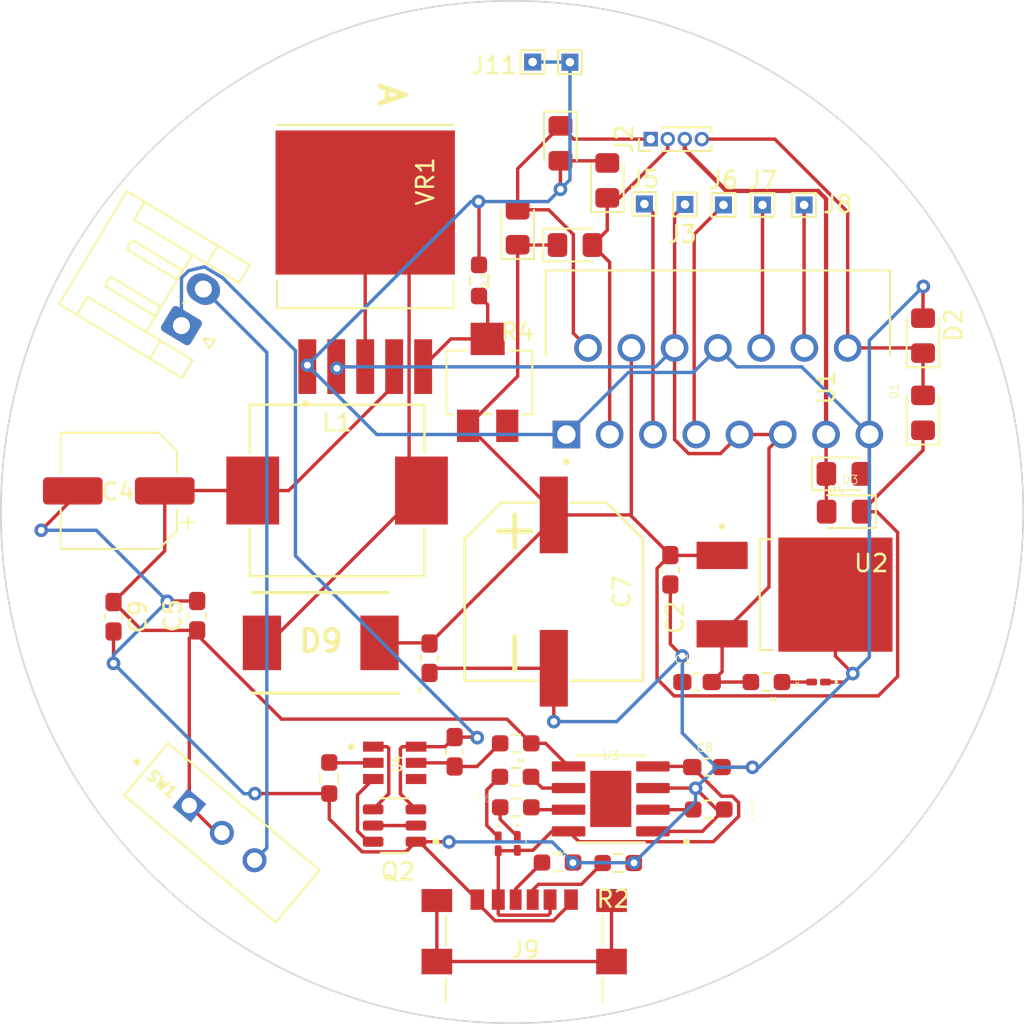
<source format=kicad_pcb>
(kicad_pcb (version 20221018) (generator pcbnew)
  (layers (0 "F.Cu" signal) (31 "B.Cu" signal) (34 "B.Paste" user) (35 "F.Paste" user) (36 "B.SilkS" user "B.Silkscreen") (37 "F.SilkS" user "F.Silkscreen") (38 "B.Mask" user) (39 "F.Mask" user) (44 "Edge.Cuts" user))
  (net 0 "")
  (net 1 "+5V Arduino")
  (net 2 "GND_Arduino1")
  (net 3 "A0")
  (net 4 "A1")
  (net 5 "A2")
  (net 6 "A3")
  (net 7 "Bat+")
  (net 8 "Boost_Out")
  (net 9 "Net-(U4-VCC)")
  (net 10 "Batt-")
  (net 11 "OUT4")
  (net 12 "OUT3")
  (net 13 "OUT2")
  (net 14 "OUT1")
  (net 15 "Net-(D10-K)")
  (net 16 "Net-(D10-A)")
  (net 17 "Net-(D11-K)")
  (net 18 "Net-(D17-A)")
  (net 19 "Net-(J9-CC1)")
  (net 20 "Net-(J9-CC2)")
  (net 21 "unconnected-(J9-SHIELD-PadS1)")
  (net 22 "Net-(D9-B)")
  (net 23 "Net-(Q2-Pad2)")
  (net 24 "Net-(U4-OD)")
  (net 25 "Net-(U4-OC)")
  (net 26 "Net-(VR1-FB)")
  (net 27 "Hold")
  (net 28 "Charge")
  (net 29 "Net-(U4-CS)")
  (net 30 "Net-(U3-PROG)")
  (net 32 "Net-(J4-Pin_2)")
  (footprint "Capacitor_SMD:C_0603_1608Metric_Pad1.08x0.95mm_HandSolder" (layer "F.Cu") (at 83.6835 70.5745 90)
    (fp_text reference "C5")
    (fp_text value "1uF")
  )
  (footprint "L78M05CDT:VREG_L78M05CDT" (layer "F.Cu") (at 118.74 69.3375)
    (fp_text reference "U2")
    (fp_text value "L7805")
  )
  (footprint "Diode_SMD:D_0805_2012Metric_Pad1.15x1.40mm_HandSolder" (layer "F.Cu") (at 121.6475 64.47 180)
    (fp_text reference "D3")
    (fp_text value "1N5400" hide)
  )
  (footprint "TestPoint:TestPoint_THTPad_1.0x1.0mm_Drill0.5mm" (layer "F.Cu") (at 112.31 46.44)
    (fp_text reference "J3")
    (fp_text value "Conn_01x01_Socket" hide)
  )
  (footprint "Capacitor_SMD:C_0603_1608Metric_Pad1.08x0.95mm_HandSolder" (layer "F.Cu") (at 78.7735 70.636 -90)
    (fp_text reference "C9")
    (fp_text value "10uF")
  )
  (footprint "Diode_SMD:D_0805_2012Metric_Pad1.15x1.40mm_HandSolder" (layer "F.Cu") (at 121.6325 62.25)
    (fp_text reference "D4")
    (fp_text value "1N5400" hide)
  )
  (footprint "Resistor_SMD:R_0603_1608Metric_Pad0.98x0.95mm_HandSolder" (layer "F.Cu") (at 102.3775 81.82)
    (fp_text reference "R6")
    (fp_text value "1k")
  )
  (footprint "Resistor_SMD:R_0603_1608Metric_Pad0.98x0.95mm_HandSolder" (layer "F.Cu") (at 100.2235 50.901 90)
    (fp_text reference "R3")
    (fp_text value "1k")
  )
  (footprint "Connector_USB:USB_C_Receptacle_GCT_USB4135-GF-A_6P_TopMnt_Horizontal" (layer "F.Cu") (at 102.8735 90.2685)
    (fp_text reference "J9")
    (fp_text value "USB_C_Receptacle_PowerOnly_6P" hide)
  )
  (footprint "Diode_SMD:D_0805_2012Metric_Pad1.15x1.40mm_HandSolder" (layer "F.Cu") (at 126.28 58.6675 90)
    (fp_text reference "D1")
    (fp_text value "1N5400" hide)
  )
  (footprint "Resistor_SMD:R_0603_1608Metric_Pad0.98x0.95mm_HandSolder" (layer "F.Cu") (at 104.83 85.06)
    (fp_text reference "R1")
    (fp_text value "5.2k" hide)
  )
  (footprint "L298N:TO127P2020X500X2100-15" (layer "F.Cu") (at 105.35 59.94 90)
    (fp_text reference "U1")
    (fp_text value "L298N")
  )
  (footprint "Capacitor_SMD:CP_Elec_6.3x7.7" (layer "F.Cu") (at 79.08 63.25 180)
    (fp_text reference "C4")
    (fp_text value "47uF/50V")
  )
  (footprint "FS8205:SOT95P280X145-6N" (layer "F.Cu") (at 95.265 82.89 180)
    (fp_text reference "Q2")
    (fp_text value "FS8205")
  )
  (footprint "Capacitor_SMD:C_0603_1608Metric_Pad1.08x0.95mm_HandSolder" (layer "F.Cu") (at 111.45 67.88 -90)
    (fp_text reference "C2")
    (fp_text value "10uF" hide)
  )
  (footprint "Diode_SMD:D_0805_2012Metric_Pad1.15x1.40mm_HandSolder" (layer "F.Cu") (at 105 42.8525 -90)
    (fp_text reference "D8" hide)
    (fp_text value "1N5400" hide)
  )
  (footprint "Connector_PinHeader_1.00mm:PinHeader_1x04_P1.00mm_Vertical" (layer "F.Cu") (at 110.2985 42.6035 90)
    (fp_text reference "J2")
    (fp_text value "Conn_01x04_Socket" hide)
  )
  (footprint "LED_SMD:LED_0201_0603Metric_Pad0.64x0.40mm_HandSolder" (layer "F.Cu") (at 101.35 83.9625 -90)
    (fp_text reference "D10" hide)
    (fp_text value "RED_LED")
  )
  (footprint "XL6009:DPAK170P1435X465-6N" (layer "F.Cu") (at 93.5435 49.82525 90)
    (fp_text reference "VR1")
    (fp_text value "XL6009")
  )
  (footprint "KiCad:DIOM8059X256N" (layer "F.Cu") (at 90.9335 72.1685 180)
    (fp_text reference "D9")
    (fp_text value "SS34" hide)
  )
  (footprint "Resistor_SMD:R_0603_1608Metric_Pad0.98x0.95mm_HandSolder" (layer "F.Cu") (at 102.375 78.065)
    (fp_text reference "R8")
    (fp_text value "100")
  )
  (footprint "TestPoint:TestPoint_THTPad_1.0x1.0mm_Drill0.5mm" (layer "F.Cu") (at 105.56 38.09 180)
    (fp_text reference "J10" hide)
    (fp_text value "Conn_01x01_Socket" hide)
  )
  (footprint "Diode_SMD:D_0805_2012Metric_Pad1.15x1.40mm_HandSolder" (layer "F.Cu") (at 126.28 54.1375 90)
    (fp_text reference "D2")
    (fp_text value "1N5400" hide)
  )
  (footprint "Diode_SMD:D_0805_2012Metric_Pad1.15x1.40mm_HandSolder" (layer "F.Cu") (at 107.75 45.0275 90)
    (fp_text reference "D6" hide)
    (fp_text value "1N5400" hide)
  )
  (footprint "CAP-SMD_BD10.0-L10.3-W10.3-FD:CAP-SMD_BD10.0-L10.3-W10.3-FD" (layer "F.Cu") (at 104.61 69.16 -90)
    (fp_text reference "C7")
    (fp_text value "220uF/50V")
  )
  (footprint "Connector_JST:JST_EH_S2B-EH_1x02_P2.50mm_Horizontal" (layer "F.Cu") (at 82.758337 53.549058 59)
    (fp_text reference "J4" hide)
    (fp_text value "Conn_01x02_Pin" hide)
  )
  (footprint "Resistor_SMD:R_0603_1608Metric_Pad0.98x0.95mm_HandSolder" (layer "F.Cu") (at 117.09 74.4675)
    (fp_text reference "R9")
    (fp_text value "1k")
  )
  (footprint "Inductor_SMD:ND-SMD_L11.6-W10.1_final_13mm" (layer "F.Cu") (at 91.8935 63.2385)
    (fp_text reference "L1")
    (fp_text value "33uh/4A")
  )
  (footprint "TestPoint:TestPoint_THTPad_1.0x1.0mm_Drill0.5mm" (layer "F.Cu") (at 103.37 38.08 180)
    (fp_text reference "J11")
    (fp_text value "Conn_01x01_Socket" hide)
  )
  (footprint "TP4056:SOP127P600X175-9N" (layer "F.Cu") (at 107.955 81.325 180)
    (fp_text reference "U3")
    (fp_text value "TP4056" hide)
  )
  (footprint "Resistor_SMD:R_0603_1608Metric_Pad0.98x0.95mm_HandSolder" (layer "F.Cu") (at 113.705 81.945)
    (fp_text reference "R_PROG1")
    (fp_text value "1.2k")
  )
  (footprint "Potentiometer_SMD:Potentiometer_Bourns_3224X_Vertical" (layer "F.Cu") (at 100.73 56.88 180)
    (fp_text reference "R4")
    (fp_text value "10-25k")
  )
  (footprint "LED_SMD:LED_0201_0603Metric_Pad0.64x0.40mm_HandSolder" (layer "F.Cu") (at 102.47 83.9375 -90)
    (fp_text reference "D11")
    (fp_text value "GREEN_LED")
  )
  (footprint "Resistor_SMD:R_0603_1608Metric_Pad0.98x0.95mm_HandSolder" (layer "F.Cu") (at 91.435 80.1 -90)
    (fp_text reference "R7" hide)
    (fp_text value "1k" hide)
  )
  (footprint "DW01A:SOT95P280X145-6N" (layer "F.Cu") (at 95.275 79.21)
    (fp_text reference "U4")
    (fp_text value "DW01A" hide)
  )
  (footprint "Diode_SMD:D_0805_2012Metric_Pad1.15x1.40mm_HandSolder" (layer "F.Cu") (at 102.49 47.7775 90)
    (fp_text reference "D7" hide)
    (fp_text value "1N5400" hide)
  )
  (footprint "LED_SMD:LED_0201_0603Metric_Pad0.64x0.40mm_HandSolder" (layer "F.Cu") (at 120.15 74.47 180)
    (fp_text reference "D17")
    (fp_text value "LED")
  )
  (footprint "Diode_SMD:D_0805_2012Metric_Pad1.15x1.40mm_HandSolder" (layer "F.Cu") (at 105.8525 48.82)
    (fp_text reference "D5" hide)
    (fp_text value "1N5400" hide)
  )
  (footprint "TestPoint:TestPoint_THTPad_1.0x1.0mm_Drill0.5mm" (layer "F.Cu") (at 114.57 46.47)
    (fp_text reference "J6")
    (fp_text value "Conn_01x01_Socket" hide)
  )
  (footprint "Resistor_SMD:R_0603_1608Metric_Pad0.98x0.95mm_HandSolder" (layer "F.Cu") (at 108.39 85.09)
    (fp_text reference "R2")
    (fp_text value "5.2k" hide)
  )
  (footprint "TestPoint:TestPoint_THTPad_1.0x1.0mm_Drill0.5mm" (layer "F.Cu") (at 109.93 46.41)
    (fp_text reference "J5")
    (fp_text value "Conn_01x01_Socket" hide)
  )
  (footprint "Capacitor_SMD:C_0603_1608Metric_Pad1.08x0.95mm_HandSolder" (layer "F.Cu") (at 98.79 78.56 90)
    (fp_text reference "C10" hide)
    (fp_text value "100nF" hide)
  )
  (footprint "TestPoint:TestPoint_THTPad_1.0x1.0mm_Drill0.5mm" (layer "F.Cu") (at 116.86 46.47)
    (fp_text reference "J7")
    (fp_text value "Conn_01x01_Socket" hide)
  )
  (footprint "MINI-SPDT-SW:SW_MINI-SPDT-SW" (layer "F.Cu") (at 85.1335 83.3185 -40)
    (fp_text reference "SW1")
    (fp_text value "SW_SPDT")
  )
  (footprint "TestPoint:TestPoint_THTPad_1.0x1.0mm_Drill0.5mm" (layer "F.Cu") (at 119.3 46.47)
    (fp_text reference "J8")
    (fp_text value "Conn_01x01_Socket" hide)
  )
  (footprint "Resistor_SMD:R_0603_1608Metric_Pad0.98x0.95mm_HandSolder" (layer "F.Cu") (at 102.36 80.03)
    (fp_text reference "R5" hide)
    (fp_text value "1k" hide)
  )
  (footprint "Capacitor_SMD:C_0603_1608Metric_Pad1.08x0.95mm_HandSolder" (layer "F.Cu") (at 113.6 79.46)
    (fp_text reference "C8")
    (fp_text value "10uF")
  )
  (footprint "Capacitor_SMD:C_0603_1608Metric_Pad1.08x0.95mm_HandSolder" (layer "F.Cu") (at 113.02 74.4675 180)
    (fp_text reference "C1")
    (fp_text value "10uF")
  )
  (footprint "Capacitor_SMD:C_0603_1608Metric_Pad1.08x0.95mm_HandSolder" (layer "F.Cu") (at 97.32 73.07 -90)
    (fp_text reference "C6")
    (fp_text value "1uF")
  )
  (gr_circle (center 102.16 64.49) (end 102.16 94.49) (stroke (width 0.1)) (fill none) (layer "Edge.Cuts"))
  (gr_text "A" (at 94.2 39.16 -90) (layer "F.SilkS") (effects (font (size 1.5 1.5) (thickness 0.3) bold) (justify left bottom)))
  (segment (start 111.7 47.05) (end 112.31 46.44) (width 0.2) (layer "F.Cu") (net 1))
  (segment (start 118.05 59.94) (end 117.240001 60.749999) (width 0.2) (layer "F.Cu") (net 1))
  (segment (start 117.240001 68.887499) (end 114.49 71.6375) (width 0.2) (layer "F.Cu") (net 1))
  (segment (start 91.8435 56.0135) (end 91.88 56.05) (width 0.2) (layer "F.Cu") (net 1))
  (segment (start 113.8825 74.4675) (end 114.49 73.86) (width 0.2) (layer "F.Cu") (net 1))
  (segment (start 114.39 61.06) (end 115.51 59.94) (width 0.2) (layer "F.Cu") (net 1))
  (segment (start 111.7 54.86) (end 111.7 60.239778) (width 0.2) (layer "F.Cu") (net 1))
  (segment (start 91.8435 55.95525) (end 91.8435 56.0135) (width 0.2) (layer "F.Cu") (net 1))
  (segment (start 117.240001 60.749999) (end 117.240001 68.887499) (width 0.2) (layer "F.Cu") (net 1))
  (segment (start 112.520222 61.06) (end 114.39 61.06) (width 0.2) (layer "F.Cu") (net 1))
  (segment (start 115.51 59.94) (end 118.05 59.94) (width 0.2) (layer "F.Cu") (net 1))
  (segment (start 116.1775 74.4675) (end 113.8825 74.4675) (width 0.2) (layer "F.Cu") (net 1))
  (segment (start 111.7 54.86) (end 111.7 47.05) (width 0.2) (layer "F.Cu") (net 1))
  (segment (start 111.7 60.239778) (end 112.520222 61.06) (width 0.2) (layer "F.Cu") (net 1))
  (segment (start 114.49 73.86) (end 114.49 71.6375) (width 0.2) (layer "F.Cu") (net 1))
  (via (at 91.88 56.05) (size 0.8) (drill 0.4) (layers "F.Cu" "B.Cu") (net 1))
  (segment (start 110.59 55.97) (end 91.96 55.97) (width 0.2) (layer "B.Cu") (net 1))
  (segment (start 111.7 54.86) (end 110.59 55.97) (width 0.2) (layer "B.Cu") (net 1))
  (segment (start 91.96 55.97) (end 91.88 56.05) (width 0.2) (layer "B.Cu") (net 1))
  (segment (start 78.7735 71.4985) (end 78.7735 73.3665) (width 0.2) (layer "F.Cu") (net 2))
  (segment (start 104.5825 88.477) (end 101.1645 88.477) (width 0.2) (layer "F.Cu") (net 2))
  (segment (start 121.14 72.95) (end 122.16 73.97) (width 0.2) (layer "F.Cu") (net 2))
  (segment (start 122.4985 59.7385) (end 122.496 59.741) (width 0.25) (layer "F.Cu") (net 2))
  (segment (start 101.1645 88.477) (end 100.1235 87.436) (width 0.2) (layer "F.Cu") (net 2))
  (segment (start 113.3325 83.23) (end 110.43 83.23) (width 0.2) (layer "F.Cu") (net 2))
  (segment (start 105.7425 85.06) (end 105.74 85.06) (width 0.2) (layer "F.Cu") (net 2))
  (segment (start 104.61 73.66) (end 104.61 76.79) (width 0.2) (layer "F.Cu") (net 2))
  (segment (start 76.38 63.71) (end 74.53 65.56) (width 0.2) (layer "F.Cu") (net 2))
  (segment (start 110.43 80.69) (end 112.92 80.69) (width 0.2) (layer "F.Cu") (net 2))
  (segment (start 122.486 59.731) (end 122.496 59.741) (width 0.25) (layer "F.Cu") (net 2))
  (segment (start 91.435 82.502861) (end 91.435 81.0125) (width 0.2) (layer "F.Cu") (net 2))
  (segment (start 114.4625 79.46) (end 116.26 79.46) (width 0.2) (layer "F.Cu") (net 2))
  (segment (start 95.925 84.435) (end 93.367139 84.435) (width 0.2) (layer "F.Cu") (net 2))
  (segment (start 93.367139 84.435) (end 91.435 82.502861) (width 0.2) (layer "F.Cu") (net 2))
  (segment (start 96.52 83.84) (end 98.45 83.84) (width 0.2) (layer "F.Cu") (net 2))
  (segment (start 100.1235 87.436) (end 100.1235 87.236) (width 0.2) (layer "F.Cu") (net 2))
  (segment (start 91.435 81.0125) (end 87.0775 81.0125) (width 0.2) (layer "F.Cu") (net 2))
  (segment (start 96.7275 83.84) (end 100.1235 87.236) (width 0.2) (layer "F.Cu") (net 2))
  (segment (start 116.26 79.46) (end 116.27 79.47) (width 0.2) (layer "F.Cu") (net 2))
  (segment (start 81.948 69.712) (end 81.93 69.73) (width 0.2) (layer "F.Cu") (net 2))
  (segment (start 76.38 63.25) (end 76.38 63.71) (width 0.2) (layer "F.Cu") (net 2))
  (segment (start 111.45 68.7425) (end 111.45 72.24) (width 0.2) (layer "F.Cu") (net 2))
  (segment (start 105.6235 87.236) (end 105.6235 87.436) (width 0.2) (layer "F.Cu") (net 2))
  (segment (start 100.2235 49.9885) (end 100.2235 46.3035) (width 0.2) (layer "F.Cu") (net 2))
  (segment (start 97.5925 73.66) (end 104.61 73.66) (width 0.2) (layer "F.Cu") (net 2))
  (segment (start 112.1575 74.4675) (end 112.1575 72.9475) (width 0.2) (layer "F.Cu") (net 2))
  (segment (start 100.2235 46.3035) (end 100.19 46.27) (width 0.2) (layer "F.Cu") (net 2))
  (segment (start 78.7735 73.3665) (end 78.77 73.37) (width 0.2) (layer "F.Cu") (net 2))
  (segment (start 112.92 80.69) (end 112.93 80.7) (width 0.2) (layer "F.Cu") (net 2))
  (segment (start 111.45 72.24) (end 112.15 72.94) (width 0.2) (layer "F.Cu") (net 2))
  (segment (start 107.625 43.8775) (end 107.75 44.0025) (width 0.2) (layer "F.Cu") (net 2))
  (segment (start 114.6175 81.945) (end 113.3325 83.23) (width 0.2) (layer "F.Cu") (net 2))
  (segment (start 126.28 51.27) (end 126.3 51.25) (width 0.2) (layer "F.Cu") (net 2))
  (segment (start 97.32 73.9325) (end 97.5925 73.66) (width 0.2) (layer "F.Cu") (net 2))
  (segment (start 112.1575 72.9475) (end 112.15 72.94) (width 0.2) (layer "F.Cu") (net 2))
  (segment (start 121.66 74.47) (end 122.16 73.97) (width 0.2) (layer "F.Cu") (net 2))
  (segment (start 98.45 83.84) (end 98.46 83.85) (width 0.2) (layer "F.Cu") (net 2))
  (segment (start 83.6835 69.712) (end 81.948 69.712) (width 0.2) (layer "F.Cu") (net 2))
  (segment (start 105.74 85.06) (end 105.73 85.07) (width 0.2) (layer "F.Cu") (net 2))
  (segment (start 121.14 69.3375) (end 121.14 72.95) (width 0.2) (layer "F.Cu") (net 2))
  (segment (start 114.175 81.945) (end 112.93 80.7) (width 0.2) (layer "F.Cu") (net 2))
  (segment (start 105.6235 87.436) (end 104.5825 88.477) (width 0.2) (layer "F.Cu") (net 2))
  (segment (start 123.13 61.7775) (end 123.13 59.94) (width 0.2) (layer "F.Cu") (net 2))
  (segment (start 96.52 83.84) (end 96.7275 83.84) (width 0.2) (layer "F.Cu") (net 2))
  (segment (start 105 43.8775) (end 107.625 43.8775) (width 0.2) (layer "F.Cu") (net 2))
  (segment (start 126.28 53.1125) (end 126.28 51.27) (width 0.2) (layer "F.Cu") (net 2))
  (segment (start 96.52 83.84) (end 95.925 84.435) (width 0.2) (layer "F.Cu") (net 2))
  (segment (start 105 43.8775) (end 105 45.55) (width 0.2) (layer "F.Cu") (net 2))
  (segment (start 109.31 85.09) (end 109.32 85.08) (width 0.2) (layer "F.Cu") (net 2))
  (segment (start 114.6175 81.945) (end 114.175 81.945) (width 0.2) (layer "F.Cu") (net 2))
  (segment (start 87.0775 81.0125) (end 87.07 81.02) (width 0.2) (layer "F.Cu") (net 2))
  (segment (start 109.3025 85.09) (end 109.31 85.09) (width 0.2) (layer "F.Cu") (net 2))
  (segment (start 122.6575 62.25) (end 123.13 61.7775) (width 0.2) (layer "F.Cu") (net 2))
  (segment (start 120.5575 74.47) (end 121.66 74.47) (width 0.2) (layer "F.Cu") (net 2))
  (via (at 104.61 76.79) (size 0.8) (drill 0.4) (layers "F.Cu" "B.Cu") (net 2))
  (via (at 122.16 73.97) (size 0.8) (drill 0.4) (layers "F.Cu" "B.Cu") (net 2))
  (via (at 112.15 72.94) (size 0.8) (drill 0.4) (layers "F.Cu" "B.Cu") (net 2))
  (via (at 105.73 85.07) (size 0.8) (drill 0.4) (layers "F.Cu" "B.Cu") (net 2))
  (via (at 126.3 51.25) (size 0.8) (drill 0.4) (layers "F.Cu" "B.Cu") (net 2))
  (via (at 116.27 79.47) (size 0.8) (drill 0.4) (layers "F.Cu" "B.Cu") (net 2))
  (via (at 98.46 83.85) (size 0.8) (drill 0.4) (layers "F.Cu" "B.Cu") (net 2))
  (via (at 87.07 81.02) (size 0.8) (drill 0.4) (layers "F.Cu" "B.Cu") (net 2))
  (via (at 112.93 80.7) (size 0.8) (drill 0.4) (layers "F.Cu" "B.Cu") (net 2))
  (via (at 74.53 65.56) (size 0.8) (drill 0.4) (layers "F.Cu" "B.Cu") (net 2))
  (via (at 81.93 69.73) (size 0.8) (drill 0.4) (layers "F.Cu" "B.Cu") (net 2))
  (via (at 100.19 46.27) (size 0.8) (drill 0.4) (layers "F.Cu" "B.Cu") (net 2))
  (via (at 109.32 85.08) (size 0.8) (drill 0.4) (layers "F.Cu" "B.Cu") (net 2))
  (via (at 105 45.55) (size 0.8) (drill 0.4) (layers "F.Cu" "B.Cu") (net 2))
  (via (at 78.77 73.37) (size 0.8) (drill 0.4) (layers "F.Cu" "B.Cu") (net 2))
  (via (at 90.15 55.87) (size 0.8) (drill 0.4) (layers "F.Cu" "B.Cu") (net 2))
  (segment (start 122.16 73.97) (end 116.66 79.47) (width 0.2) (layer "B.Cu") (net 2))
  (segment (start 114.24 54.86) (end 112.803 56.297) (width 0.2) (layer "B.Cu") (net 2))
  (segment (start 116.66 79.47) (end 116.27 79.47) (width 0.2) (layer "B.Cu") (net 2))
  (segment (start 104.51 83.85) (end 105.73 85.07) (width 0.2) (layer "B.Cu") (net 2))
  (segment (start 123.13 73) (end 122.16 73.97) (width 0.2) (layer "B.Cu") (net 2))
  (segment (start 114.16 79.47) (end 112.93 80.7) (width 0.2) (layer "B.Cu") (net 2))
  (segment (start 114.24 54.86) (end 115.35 55.97) (width 0.2) (layer "B.Cu") (net 2))
  (segment (start 123.13 54.42) (end 123.13 59.94) (width 0.2) (layer "B.Cu") (net 2))
  (segment (start 77.76 65.56) (end 81.93 69.73) (width 0.2) (layer "B.Cu") (net 2))
  (segment (start 105.55 38.08) (end 105.56 38.09) (width 0.2) (layer "B.Cu") (net 2))
  (segment (start 109.32 85.08) (end 112.93 81.47) (width 0.2) (layer "B.Cu") (net 2))
  (segment (start 126.3 51.25) (end 123.13 54.42) (width 0.2) (layer "B.Cu") (net 2))
  (segment (start 103.37 38.08) (end 105.55 38.08) (width 0.2) (layer "B.Cu") (net 2))
  (segment (start 100.19 46.27) (end 104.28 46.27) (width 0.2) (layer "B.Cu") (net 2))
  (segment (start 112.15 77.46) (end 112.15 72.94) (width 0.2) (layer "B.Cu") (net 2))
  (segment (start 94.22 59.94) (end 90.15 55.87) (width 0.2) (layer "B.Cu") (net 2))
  (segment (start 74.53 65.56) (end 77.76 65.56) (width 0.2) (layer "B.Cu") (net 2))
  (segment (start 100.19 46.27) (end 99.75 46.27) (width 0.2) (layer "B.Cu") (net 2))
  (segment (start 112.803 56.297) (end 108.993 56.297) (width 0.2) (layer "B.Cu") (net 2))
  (segment (start 108.993 56.297) (end 105.35 59.94) (width 0.2) (layer "B.Cu") (net 2))
  (segment (start 115.35 55.97) (end 119.16 55.97) (width 0.2) (layer "B.Cu") (net 2))
  (segment (start 119.16 55.97) (end 123.13 59.94) (width 0.2) (layer "B.Cu") (net 2))
  (segment (start 104.28 46.27) (end 105 45.55) (width 0.2) (layer "B.Cu") (net 2))
  (segment (start 104.61 76.79) (end 108.3 76.79) (width 0.2) (layer "B.Cu") (net 2))
  (segment (start 116.27 79.47) (end 114.16 79.47) (width 0.2) (layer "B.Cu") (net 2))
  (segment (start 86.42 81.02) (end 87.07 81.02) (width 0.2) (layer "B.Cu") (net 2))
  (segment (start 98.46 83.85) (end 104.51 83.85) (width 0.2) (layer "B.Cu") (net 2))
  (segment (start 123.13 59.94) (end 123.13 73) (width 0.2) (layer "B.Cu") (net 2))
  (segment (start 109.31 85.07) (end 105.73 85.07) (width 0.2) (layer "B.Cu") (net 2))
  (segment (start 112.93 81.47) (end 112.93 80.7) (width 0.2) (layer "B.Cu") (net 2))
  (segment (start 108.3 76.79) (end 112.15 72.94) (width 0.2) (layer "B.Cu") (net 2))
  (segment (start 78.77 73.37) (end 86.42 81.02) (width 0.2) (layer "B.Cu") (net 2))
  (segment (start 105.35 59.94) (end 94.22 59.94) (width 0.2) (layer "B.Cu") (net 2))
  (segment (start 105 45.55) (end 105.56 44.99) (width 0.2) (layer "B.Cu") (net 2))
  (segment (start 81.93 69.73) (end 78.77 72.89) (width 0.2) (layer "B.Cu") (net 2))
  (segment (start 78.77 72.89) (end 78.77 73.37) (width 0.2) (layer "B.Cu") (net 2))
  (segment (start 105.56 44.99) (end 105.56 38.09) (width 0.2) (layer "B.Cu") (net 2))
  (segment (start 99.75 46.27) (end 90.15 55.87) (width 0.2) (layer "B.Cu") (net 2))
  (segment (start 114.16 79.47) (end 112.15 77.46) (width 0.2) (layer "B.Cu") (net 2))
  (segment (start 109.32 85.08) (end 109.31 85.07) (width 0.2) (layer "B.Cu") (net 2))
  (segment (start 110.43 46.91) (end 110.43 59.94) (width 0.2) (layer "F.Cu") (net 3))
  (segment (start 109.93 46.41) (end 110.43 46.91) (width 0.2) (layer "F.Cu") (net 3))
  (segment (start 112.85 59.82) (end 112.97 59.94) (width 0.2) (layer "F.Cu") (net 4))
  (segment (start 112.85 48.19) (end 112.85 59.82) (width 0.2) (layer "F.Cu") (net 4))
  (segment (start 114.57 46.47) (end 112.85 48.19) (width 0.2) (layer "F.Cu") (net 4))
  (segment (start 116.86 54.78) (end 116.78 54.86) (width 0.2) (layer "F.Cu") (net 5))
  (segment (start 116.86 46.47) (end 116.86 54.78) (width 0.2) (layer "F.Cu") (net 5))
  (segment (start 119.3 46.47) (end 119.3 54.84) (width 0.2) (layer "F.Cu") (net 6))
  (segment (start 119.3 54.84) (end 119.32 54.86) (width 0.2) (layer "F.Cu") (net 6))
  (segment (start 84.825358 83.3185) (end 85.1335 83.3185) (width 0.2) (layer "F.Cu") (net 7))
  (segment (start 83.218389 71.902111) (end 83.218389 81.711531) (width 0.2) (layer "F.Cu") (net 7))
  (segment (start 81.78 63.25) (end 81.8015 63.2285) (width 0.2) (layer "F.Cu") (net 7))
  (segment (start 83.218389 81.711531) (end 84.825358 83.3185) (width 0.2) (layer "F.Cu") (net 7))
  (segment (start 83.6835 71.437) (end 80.437 71.437) (width 0.2) (layer "F.Cu") (net 7))
  (segment (start 101.8675 76.645) (end 103.2875 78.065) (width 0.2) (layer "F.Cu") (net 7))
  (segment (start 78.7735 69.7735) (end 81.78 66.767) (width 0.2) (layer "F.Cu") (net 7))
  (segment (start 83.6835 71.437) (end 83.6835 71.6935) (width 0.2) (layer "F.Cu") (net 7))
  (segment (start 95.2435 57.03525) (end 89.05025 63.2285) (width 0.2) (layer "F.Cu") (net 7))
  (segment (start 81.8015 63.2285) (end 86.9435 63.2285) (width 0.2) (layer "F.Cu") (net 7))
  (segment (start 83.6835 71.6935) (end 88.635 76.645) (width 0.2) (layer "F.Cu") (net 7))
  (segment (start 104.125 78.065) (end 105.48 79.42) (width 0.2) (layer "F.Cu") (net 7))
  (segment (start 88.635 76.645) (end 101.8675 76.645) (width 0.2) (layer "F.Cu") (net 7))
  (segment (start 95.2435 55.95525) (end 95.2435 57.03525) (width 0.2) (layer "F.Cu") (net 7))
  (segment (start 83.6835 71.437) (end 83.218389 71.902111) (width 0.2) (layer "F.Cu") (net 7))
  (segment (start 80.437 71.437) (end 78.7735 69.7735) (width 0.2) (layer "F.Cu") (net 7))
  (segment (start 81.78 66.767) (end 81.78 63.25) (width 0.2) (layer "F.Cu") (net 7))
  (segment (start 89.05025 63.2285) (end 86.9435 63.2285) (width 0.2) (layer "F.Cu") (net 7))
  (segment (start 103.2875 78.065) (end 104.125 78.065) (width 0.2) (layer "F.Cu") (net 7))
  (segment (start 109.0925 64.66) (end 104.61 64.66) (width 0.2) (layer "F.Cu") (net 8))
  (segment (start 111.47 67.0375) (end 114.49 67.0375) (width 0.2) (layer "F.Cu") (net 8))
  (segment (start 124.79 74.14) (end 123.65 75.28) (width 0.2) (layer "F.Cu") (net 8))
  (segment (start 111.67236 75.28) (end 110.67125 74.27889) (width 0.2) (layer "F.Cu") (net 8))
  (segment (start 109.16 64.5925) (end 109.0925 64.66) (width 0.2) (layer "F.Cu") (net 8))
  (segment (start 126.28 60.8625) (end 126.28 59.6925) (width 0.2) (layer "F.Cu") (net 8))
  (segment (start 110.67125 67.79625) (end 111.45 67.0175) (width 0.2) (layer "F.Cu") (net 8))
  (segment (start 102.5075 48.82) (end 102.49 48.8025) (width 0.2) (layer "F.Cu") (net 8))
  (segment (start 97.32 72.2075) (end 104.61 64.9175) (width 0.2) (layer "F.Cu") (net 8))
  (segment (start 102.49 56.52) (end 99.58 59.43) (width 0.2) (layer "F.Cu") (net 8))
  (segment (start 94.3835 72.1685) (end 97.281 72.1685) (width 0.2) (layer "F.Cu") (net 8))
  (segment (start 104.8275 48.82) (end 102.5075 48.82) (width 0.2) (layer "F.Cu") (net 8))
  (segment (start 97.281 72.1685) (end 97.32 72.2075) (width 0.2) (layer "F.Cu") (net 8))
  (segment (start 104.61 64.66) (end 104.61 64.46) (width 0.2) (layer "F.Cu") (net 8))
  (segment (start 104.61 64.9175) (end 104.61 64.66) (width 0.2) (layer "F.Cu") (net 8))
  (segment (start 109.16 54.86) (end 109.16 64.5925) (width 0.2) (layer "F.Cu") (net 8))
  (segment (start 110.67125 74.27889) (end 110.67125 67.79625) (width 0.2) (layer "F.Cu") (net 8))
  (segment (start 124.79 65.6875) (end 124.79 74.14) (width 0.2) (layer "F.Cu") (net 8))
  (segment (start 104.61 64.46) (end 99.58 59.43) (width 0.2) (layer "F.Cu") (net 8))
  (segment (start 123.65 75.28) (end 111.67236 75.28) (width 0.2) (layer "F.Cu") (net 8))
  (segment (start 102.49 48.8025) (end 102.49 56.52) (width 0.2) (layer "F.Cu") (net 8))
  (segment (start 111.45 67.0175) (end 111.47 67.0375) (width 0.2) (layer "F.Cu") (net 8))
  (segment (start 122.6725 64.47) (end 123.5725 64.47) (width 0.2) (layer "F.Cu") (net 8))
  (segment (start 122.6725 64.47) (end 126.28 60.8625) (width 0.2) (layer "F.Cu") (net 8))
  (segment (start 111.45 67.0175) (end 109.0925 64.66) (width 0.2) (layer "F.Cu") (net 8))
  (segment (start 123.5725 64.47) (end 124.79 65.6875) (width 0.2) (layer "F.Cu") (net 8))
  (segment (start 96.53 79.21) (end 98.5775 79.21) (width 0.2) (layer "F.Cu") (net 9))
  (segment (start 100.105 79.4225) (end 101.4625 78.065) (width 0.2) (layer "F.Cu") (net 9))
  (segment (start 98.5775 79.21) (end 98.79 79.4225) (width 0.2) (layer "F.Cu") (net 9))
  (segment (start 98.79 79.4225) (end 100.105 79.4225) (width 0.2) (layer "F.Cu") (net 9))
  (segment (start 95.725 78.26) (end 95.61 78.375) (width 0.2) (layer "F.Cu") (net 10))
  (segment (start 95.61 81.03) (end 96.52 81.94) (width 0.2) (layer "F.Cu") (net 10))
  (segment (start 98.79 77.6975) (end 100.0875 77.6975) (width 0.2) (layer "F.Cu") (net 10))
  (segment (start 100.0875 77.6975) (end 100.12 77.73) (width 0.2) (layer "F.Cu") (net 10))
  (segment (start 95.61 78.375) (end 95.61 81.03) (width 0.2) (layer "F.Cu") (net 10))
  (segment (start 96.53 78.26) (end 98.2275 78.26) (width 0.2) (layer "F.Cu") (net 10))
  (segment (start 96.53 78.26) (end 95.725 78.26) (width 0.2) (layer "F.Cu") (net 10))
  (segment (start 98.2275 78.26) (end 98.79 77.6975) (width 0.2) (layer "F.Cu") (net 10))
  (via (at 100.12 77.73) (size 0.8) (drill 0.4) (layers "F.Cu" "B.Cu") (net 10))
  (segment (start 89.45 55.017881) (end 89.45 67.06) (width 0.2) (layer "B.Cu") (net 10))
  (segment (start 84.101345 50.097806) (end 85.175111 50.742992) (width 0.2) (layer "B.Cu") (net 10))
  (segment (start 85.175111 50.742992) (end 89.45 55.017881) (width 0.2) (layer "B.Cu") (net 10))
  (segment (start 82.758337 53.549058) (end 82.758337 50.746896) (width 0.2) (layer "B.Cu") (net 10))
  (segment (start 82.758337 50.746896) (end 83.176953 50.32828) (width 0.2) (layer "B.Cu") (net 10))
  (segment (start 83.176953 50.32828) (end 84.101345 50.097806) (width 0.2) (layer "B.Cu") (net 10))
  (segment (start 89.45 67.06) (end 100.12 77.73) (width 0.2) (layer "B.Cu") (net 10))
  (segment (start 126.28 55.1625) (end 126.28 57.6425) (width 0.2) (layer "F.Cu") (net 11))
  (segment (start 113.2985 42.6035) (end 117.581303 42.6035) (width 0.2) (layer "F.Cu") (net 11))
  (segment (start 125.9775 54.86) (end 121.86 54.86) (width 0.2) (layer "F.Cu") (net 11))
  (segment (start 117.581303 42.6035) (end 121.86 46.882197) (width 0.2) (layer "F.Cu") (net 11))
  (segment (start 126.28 55.1625) (end 125.9775 54.86) (width 0.2) (layer "F.Cu") (net 11))
  (segment (start 121.86 46.882197) (end 121.86 54.86) (width 0.2) (layer "F.Cu") (net 11))
  (segment (start 120.6075 64.455) (end 120.6225 64.47) (width 0.2) (layer "F.Cu") (net 12))
  (segment (start 114.73896 45.645) (end 120.125 45.645) (width 0.25) (layer "F.Cu") (net 12))
  (segment (start 120.59 46.11) (end 120.59 59.94) (width 0.25) (layer "F.Cu") (net 12))
  (segment (start 120.6075 62.25) (end 120.6075 64.455) (width 0.2) (layer "F.Cu") (net 12))
  (segment (start 120.59 62.2325) (end 120.59 59.94) (width 0.2) (layer "F.Cu") (net 12))
  (segment (start 112.2985 43.20454) (end 114.73896 45.645) (width 0.25) (layer "F.Cu") (net 12))
  (segment (start 112.2985 42.6035) (end 112.2985 43.20454) (width 0.25) (layer "F.Cu") (net 12))
  (segment (start 120.125 45.645) (end 120.59 46.11) (width 0.25) (layer "F.Cu") (net 12))
  (segment (start 120.6075 62.25) (end 120.59 62.2325) (width 0.2) (layer "F.Cu") (net 12))
  (segment (start 108.45054 46.0525) (end 111.2985 43.20454) (width 0.2) (layer "F.Cu") (net 13))
  (segment (start 111.2985 43.20454) (end 111.2985 42.6035) (width 0.2) (layer "F.Cu") (net 13))
  (segment (start 107.75 47.9475) (end 107.75 46.0525) (width 0.2) (layer "F.Cu") (net 13))
  (segment (start 107.75 46.0525) (end 108.45054 46.0525) (width 0.2) (layer "F.Cu") (net 13))
  (segment (start 106.8775 48.82) (end 107.75 47.9475) (width 0.2) (layer "F.Cu") (net 13))
  (segment (start 107.89 59.94) (end 107.89 49.8325) (width 0.2) (layer "F.Cu") (net 13))
  (segment (start 107.89 49.8325) (end 106.8775 48.82) (width 0.2) (layer "F.Cu") (net 13))
  (segment (start 102.49 44.3375) (end 105 41.8275) (width 0.2) (layer "F.Cu") (net 14))
  (segment (start 105 41.8275) (end 105.776 42.6035) (width 0.2) (layer "F.Cu") (net 14))
  (segment (start 105.76 48.199683) (end 105.76 54) (width 0.2) (layer "F.Cu") (net 14))
  (segment (start 105.776 42.6035) (end 110.2985 42.6035) (width 0.2) (layer "F.Cu") (net 14))
  (segment (start 104.312817 46.7525) (end 105.76 48.199683) (width 0.2) (layer "F.Cu") (net 14))
  (segment (start 105.76 54) (end 106.62 54.86) (width 0.2) (layer "F.Cu") (net 14))
  (segment (start 102.49 46.7525) (end 104.312817 46.7525) (width 0.2) (layer "F.Cu") (net 14))
  (segment (start 102.49 46.7525) (end 102.49 44.3375) (width 0.2) (layer "F.Cu") (net 14))
  (segment (start 101.4475 80.03) (end 100.6775 80.8) (width 0.2) (layer "F.Cu") (net 15))
  (segment (start 100.6775 80.8) (end 100.6775 82.8825) (width 0.2) (layer "F.Cu") (net 15))
  (segment (start 100.6775 82.8825) (end 101.35 83.555) (width 0.2) (layer "F.Cu") (net 15))
  (segment (start 115.46 81.53986) (end 115.46 82.35014) (width 0.2) (layer "F.Cu") (net 16))
  (segment (start 101.3535 88.0835) (end 101.3535 87.236) (width 0.2) (layer "F.Cu") (net 16))
  (segment (start 102.445 84.37) (end 102.47 84.345) (width 0.2) (layer "F.Cu") (net 16))
  (segment (start 115.09014 81.17) (end 115.46 81.53986) (width 0.2) (layer "F.Cu") (net 16))
  (segment (start 101.35 84.37) (end 102.445 84.37) (width 0.2) (layer "F.Cu") (net 16))
  (segment (start 112.6975 79.42) (end 112.7375 79.46) (width 0.2) (layer "F.Cu") (net 16))
  (segment (start 115.46 82.35014) (end 113.97014 83.84) (width 0.2) (layer "F.Cu") (net 16))
  (segment (start 106.09 83.84) (end 105.48 83.23) (width 0.2) (layer "F.Cu") (net 16))
  (segment (start 104.3935 88.036) (end 104.2795 88.15) (width 0.2) (layer "F.Cu") (net 16))
  (segment (start 112.7375 79.46) (end 114.4475 81.17) (width 0.2) (layer "F.Cu") (net 16))
  (segment (start 101.42 88.15) (end 101.3535 88.0835) (width 0.2) (layer "F.Cu") (net 16))
  (segment (start 101.3535 84.3735) (end 101.3535 87.236) (width 0.2) (layer "F.Cu") (net 16))
  (segment (start 110.43 79.42) (end 112.6975 79.42) (width 0.2) (layer "F.Cu") (net 16))
  (segment (start 104.3935 87.236) (end 104.3935 88.036) (width 0.2) (layer "F.Cu") (net 16))
  (segment (start 104.49986 83.23) (end 105.48 83.23) (width 0.2) (layer "F.Cu") (net 16))
  (segment (start 114.4475 81.17) (end 115.09014 81.17) (width 0.2) (layer "F.Cu") (net 16))
  (segment (start 102.47 84.345) (end 103.38486 84.345) (width 0.2) (layer "F.Cu") (net 16))
  (segment (start 101.35 84.37) (end 101.3535 84.3735) (width 0.2) (layer "F.Cu") (net 16))
  (segment (start 104.2795 88.15) (end 101.42 88.15) (width 0.2) (layer "F.Cu") (net 16))
  (segment (start 113.97014 83.84) (end 106.09 83.84) (width 0.2) (layer "F.Cu") (net 16))
  (segment (start 103.38486 84.345) (end 104.49986 83.23) (width 0.2) (layer "F.Cu") (net 16))
  (segment (start 101.465 81.82) (end 101.465 82.525) (width 0.2) (layer "F.Cu") (net 17))
  (segment (start 101.465 82.525) (end 102.47 83.53) (width 0.2) (layer "F.Cu") (net 17))
  (segment (start 118.0025 74.4675) (end 119.74 74.4675) (width 0.2) (layer "F.Cu") (net 18))
  (segment (start 119.74 74.4675) (end 119.7425 74.47) (width 0.2) (layer "F.Cu") (net 18))
  (segment (start 102.3735 86.604) (end 102.3735 87.236) (width 0.2) (layer "F.Cu") (net 19))
  (segment (start 103.9175 85.06) (end 102.3735 86.604) (width 0.2) (layer "F.Cu") (net 19))
  (segment (start 103.3735 86.676) (end 103.3735 87.236) (width 0.2) (layer "F.Cu") (net 20))
  (segment (start 107.4775 85.09) (end 106.2315 86.336) (width 0.2) (layer "F.Cu") (net 20))
  (segment (start 106.2315 86.336) (end 103.7135 86.336) (width 0.2) (layer "F.Cu") (net 20))
  (segment (start 103.7135 86.336) (end 103.3735 86.676) (width 0.2) (layer "F.Cu") (net 20))
  (segment (start 107.9985 87.291) (end 107.9985 90.871) (width 0.2) (layer "F.Cu") (net 21))
  (segment (start 97.7485 87.291) (end 97.7485 90.871) (width 0.2) (layer "F.Cu") (net 21))
  (segment (start 97.7485 90.871) (end 107.9985 90.871) (width 0.2) (layer "F.Cu") (net 21))
  (segment (start 87.9035 72.1685) (end 96.8435 63.2285) (width 0.2) (layer "F.Cu") (net 22))
  (segment (start 96.1185 48.90025) (end 96.1185 62.5035) (width 0.2) (layer "F.Cu") (net 22))
  (segment (start 87.4835 72.1685) (end 87.9035 72.1685) (width 0.2) (layer "F.Cu") (net 22))
  (segment (start 93.5435 46.32525) (end 96.1185 48.90025) (width 0.2) (layer "F.Cu") (net 22))
  (segment (start 96.1185 62.5035) (end 96.8435 63.2285) (width 0.2) (layer "F.Cu") (net 22))
  (segment (start 93.5435 46.32525) (end 93.5435 55.95525) (width 0.2) (layer "F.Cu") (net 22))
  (segment (start 94.01 82.89) (end 96.52 82.89) (width 0.2) (layer "F.Cu") (net 23))
  (segment (start 94.925 81.025) (end 94.925 78.36) (width 0.2) (layer "F.Cu") (net 24))
  (segment (start 94.825 78.26) (end 94.02 78.26) (width 0.2) (layer "F.Cu") (net 24))
  (segment (start 94.01 81.94) (end 94.925 81.025) (width 0.2) (layer "F.Cu") (net 24))
  (segment (start 94.925 78.36) (end 94.825 78.26) (width 0.2) (layer "F.Cu") (net 24))
  (segment (start 93.722139 83.84) (end 93.09 83.207861) (width 0.2) (layer "F.Cu") (net 25))
  (segment (start 94.01 83.84) (end 93.722139 83.84) (width 0.2) (layer "F.Cu") (net 25))
  (segment (start 93.09 81.09) (end 94.02 80.16) (width 0.2) (layer "F.Cu") (net 25))
  (segment (start 93.09 83.207861) (end 93.09 81.09) (width 0.2) (layer "F.Cu") (net 25))
  (segment (start 100.73 54.33) (end 98.56875 54.33) (width 0.2) (layer "F.Cu") (net 26))
  (segment (start 98.56875 54.33) (end 96.9435 55.95525) (width 0.2) (layer "F.Cu") (net 26))
  (segment (start 100.73 52.32) (end 100.2235 51.8135) (width 0.2) (layer "F.Cu") (net 26))
  (segment (start 100.73 54.33) (end 100.73 52.32) (width 0.2) (layer "F.Cu") (net 26))
  (segment (start 103.9325 80.69) (end 103.2725 80.03) (width 0.2) (layer "F.Cu") (net 27))
  (segment (start 105.48 80.69) (end 103.9325 80.69) (width 0.2) (layer "F.Cu") (net 27))
  (segment (start 105.48 81.96) (end 103.43 81.96) (width 0.2) (layer "F.Cu") (net 28))
  (segment (start 103.43 81.96) (end 103.29 81.82) (width 0.2) (layer "F.Cu") (net 28))
  (segment (start 91.435 79.1875) (end 91.4575 79.21) (width 0.2) (layer "F.Cu") (net 29))
  (segment (start 91.4575 79.21) (end 94.02 79.21) (width 0.2) (layer "F.Cu") (net 29))
  (segment (start 112.7775 81.96) (end 112.7925 81.945) (width 0.2) (layer "F.Cu") (net 30))
  (segment (start 110.43 81.96) (end 112.7775 81.96) (width 0.2) (layer "F.Cu") (net 30))
  (segment (start 87.048611 84.925469) (end 87.77 84.20408) (width 0.2) (layer "B.Cu") (net 32))
  (segment (start 87.77 55.130208) (end 84.045932 51.40614) (width 0.2) (layer "B.Cu") (net 32))
  (segment (start 87.77 84.20408) (end 87.77 55.130208) (width 0.2) (layer "B.Cu") (net 32))
)
</source>
